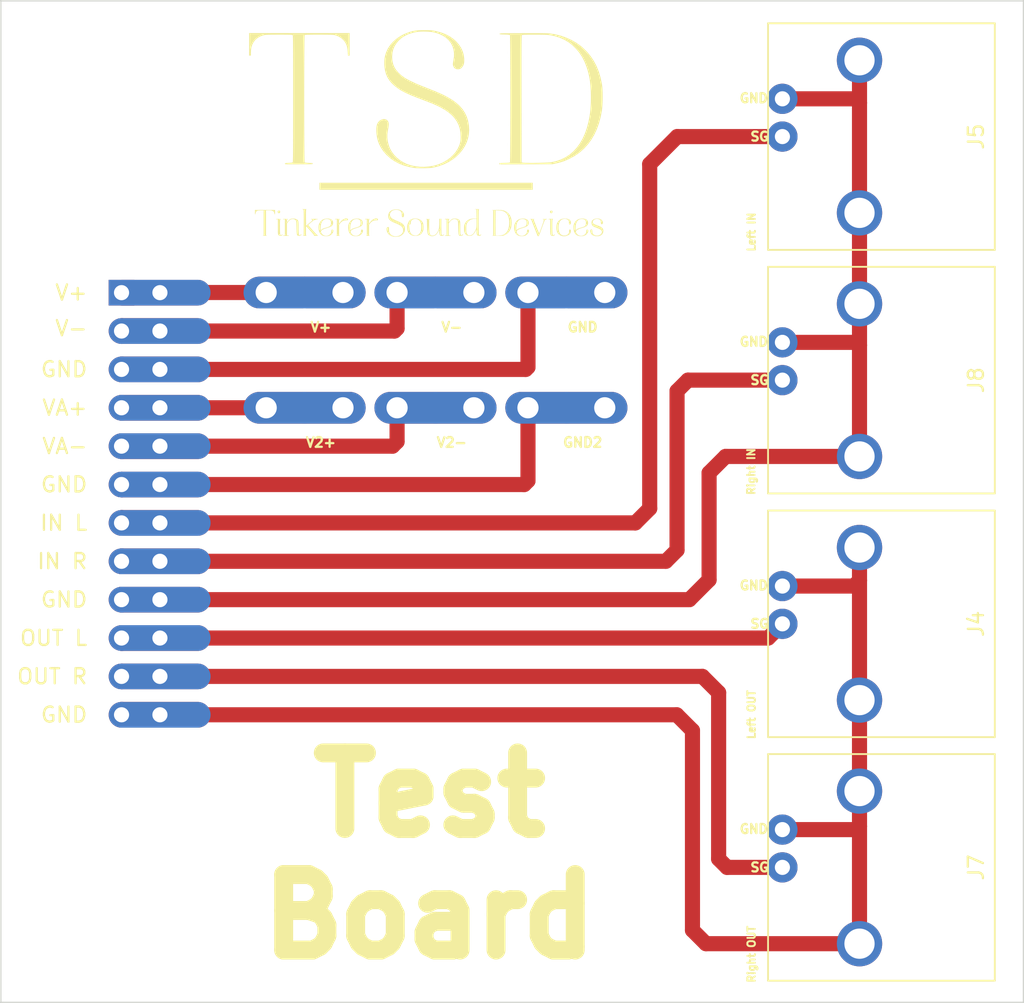
<source format=kicad_pcb>
(kicad_pcb (version 20211014) (generator pcbnew)
  (layers (0 "F.Cu" signal) (31 "B.Cu" signal) (34 "B.Paste" user) (35 "F.Paste" user) (36 "B.SilkS" user "B.Silkscreen") (37 "F.SilkS" user "F.Silkscreen") (38 "B.Mask" user) (39 "F.Mask" user) (44 "Edge.Cuts" user))
  (net 0 "")
  (net 1 "Net-(J1-Pad1)")
  (net 2 "Net-(J1-Pad2)")
  (net 3 "Net-(J1-Pad3)")
  (net 4 "Net-(J1-Pad4)")
  (net 5 "Net-(J1-Pad5)")
  (net 6 "Net-(J1-Pad6)")
  (net 7 "Net-(J1-Pad7)")
  (net 8 "Net-(J1-Pad8)")
  (net 9 "Net-(J1-Pad9)")
  (net 10 "Net-(J1-Pad10)")
  (net 11 "Net-(J1-Pad11)")
  (net 12 "Net-(J1-Pad12)")
  (footprint "Custom Library:Logo_35mm" (layer "F.Cu") (at 114.7 49.1)
    (fp_text reference "G***" hide)
    (fp_text value "LOGO" hide)
  )
  (footprint "Custom Library:Spade Conector 6.3mm TE_1217861" (layer "F.Cu") (at 123.7575 66.3)
    (fp_text reference "J2" hide)
    (fp_text value "GND2" (at 1.07735 2.294773) (layer "F.SilkS") (effects (font (size 0.640327 0.640327))))
    (pad "1" thru_hole oval (at -2.54 0) (size 5 2.1) (drill 1.4 (offset 1 0)) (layers *.Cu *.Mask) (net 6 "Net-(J1-Pad6)"))
    (pad "1" thru_hole oval (at 2.54 0) (size 5 2.1) (drill 1.4 (offset -1 0)) (layers *.Cu *.Mask) (net 6 "Net-(J1-Pad6)"))
  )
  (footprint "Custom Library:RCA PANEL 2PIN FOOTPRINT" (layer "F.Cu") (at 140.6 48.35 180)
    (fp_text reference "J5" (at -10.26 0 90) (layer "F.SilkS"))
    (fp_text value "Left IN" (at 4.596067 -6.32 90) (layer "F.SilkS") (effects (font (size 0.5 0.5) (thickness 0.125))))
    (fp_text user "GND" (at 4.445 2.54) (layer "F.SilkS") (effects (font (size 0.6 0.6))))
    (fp_text user "SG" (at 4.064 0) (layer "F.SilkS") (effects (font (size 0.6 0.6))))
    (pad "1" thru_hole circle (at 2.55 0 180) (size 2 2) (drill 1) (layers *.Cu *.Mask) (net 7 "Net-(J1-Pad7)"))
    (pad "2" thru_hole circle (at -2.55 -5.05 180) (size 3 3) (drill 2) (layers *.Cu *.Mask) (net 9 "Net-(J1-Pad9)"))
    (pad "2" thru_hole circle (at -2.55 5.05 180) (size 3 3) (drill 2) (layers *.Cu *.Mask) (net 9 "Net-(J1-Pad9)"))
    (pad "2" thru_hole circle (at 2.55 2.5 180) (size 2 2) (drill 1) (layers *.Cu *.Mask) (net 9 "Net-(J1-Pad9)"))
  )
  (footprint "Custom Library:Spade Conector 6.3mm TE_1217861" (layer "F.Cu") (at 106.44 66.3)
    (fp_text reference "J6" hide)
    (fp_text value "V2+" (at 1.07735 2.294773) (layer "F.SilkS") (effects (font (size 0.640327 0.640327))))
    (pad "1" thru_hole oval (at -2.54 0) (size 5 2.1) (drill 1.4 (offset 1 0)) (layers *.Cu *.Mask) (net 4 "Net-(J1-Pad4)"))
    (pad "1" thru_hole oval (at 2.54 0) (size 5 2.1) (drill 1.4 (offset -1 0)) (layers *.Cu *.Mask) (net 4 "Net-(J1-Pad4)"))
  )
  (footprint "TSD MIXER FOOTPRINTS:PinSocket_2x12_P2.54mm_Vertical" (layer "F.Cu") (at 94.33 58.68)
    (fp_text reference "J1" hide)
    (fp_text value "Conector")
    (fp_text user "GND" (at -3.800288 20.32 unlocked) (layer "F.SilkS"))
    (fp_text user "GND" (at -3.800288 27.94 unlocked) (layer "F.SilkS"))
    (fp_text user "IN R" (at -3.919335 17.78 unlocked) (layer "F.SilkS"))
    (fp_text user "V-" (at -3.324097 2.36 unlocked) (layer "F.SilkS"))
    (fp_text user "VA-" (at -3.752669 10.16 unlocked) (layer "F.SilkS"))
    (fp_text user "OUT R" (at -4.586002 25.4 unlocked) (layer "F.SilkS"))
    (fp_text user "GND" (at -3.800288 5.08 unlocked) (layer "F.SilkS"))
    (fp_text user "IN L" (at -3.824097 15.24 unlocked) (layer "F.SilkS"))
    (fp_text user "V+" (at -3.324097 0 unlocked) (layer "F.SilkS"))
    (fp_text user "GND" (at -3.800288 12.7 unlocked) (layer "F.SilkS"))
    (fp_text user "VA+" (at -3.752669 7.62 unlocked) (layer "F.SilkS"))
    (fp_text user "OUT L" (at -4.490764 22.86 unlocked) (layer "F.SilkS"))
    (pad "1" thru_hole rect (at 0 0) (size 1.7 1.7) (drill 1) (layers *.Cu *.Mask) (net 1 "Net-(J1-Pad1)"))
    (pad "1" thru_hole oval (at 2.54 0) (size 6.7 1.7) (drill 1) (layers *.Cu *.Mask) (net 1 "Net-(J1-Pad1)"))
    (pad "2" thru_hole oval (at 2.54 2.54) (size 6.7 1.7) (drill 1) (layers *.Cu *.Mask) (net 2 "Net-(J1-Pad2)"))
    (pad "2" thru_hole oval (at 0 2.54) (size 1.7 1.7) (drill 1) (layers *.Cu *.Mask) (net 2 "Net-(J1-Pad2)"))
    (pad "3" thru_hole oval (at 2.54 5.08) (size 6.7 1.7) (drill 1) (layers *.Cu *.Mask) (net 3 "Net-(J1-Pad3)"))
    (pad "3" thru_hole oval (at 0 5.08) (size 1.7 1.7) (drill 1) (layers *.Cu *.Mask) (net 3 "Net-(J1-Pad3)"))
    (pad "4" thru_hole oval (at 0 7.62) (size 1.7 1.7) (drill 1) (layers *.Cu *.Mask) (net 4 "Net-(J1-Pad4)"))
    (pad "4" thru_hole oval (at 2.54 7.62) (size 6.7 1.7) (drill 1) (layers *.Cu *.Mask) (net 4 "Net-(J1-Pad4)"))
    (pad "5" thru_hole oval (at 2.54 10.16) (size 6.7 1.7) (drill 1) (layers *.Cu *.Mask) (net 5 "Net-(J1-Pad5)"))
    (pad "5" thru_hole oval (at 0 10.16) (size 1.7 1.7) (drill 1) (layers *.Cu *.Mask) (net 5 "Net-(J1-Pad5)"))
    (pad "6" thru_hole oval (at 2.54 12.7) (size 6.7 1.7) (drill 1) (layers *.Cu *.Mask) (net 6 "Net-(J1-Pad6)"))
    (pad "6" thru_hole oval (at 0 12.7) (size 1.7 1.7) (drill 1) (layers *.Cu *.Mask) (net 6 "Net-(J1-Pad6)"))
    (pad "7" thru_hole oval (at 0 15.24) (size 1.7 1.7) (drill 1) (layers *.Cu *.Mask) (net 7 "Net-(J1-Pad7)"))
    (pad "7" thru_hole oval (at 2.54 15.24) (size 6.7 1.7) (drill 1) (layers *.Cu *.Mask) (net 7 "Net-(J1-Pad7)"))
    (pad "8" thru_hole oval (at 0 17.78) (size 1.7 1.7) (drill 1) (layers *.Cu *.Mask) (net 8 "Net-(J1-Pad8)"))
    (pad "8" thru_hole oval (at 2.54 17.78) (size 6.7 1.7) (drill 1) (layers *.Cu *.Mask) (net 8 "Net-(J1-Pad8)"))
    (pad "9" thru_hole oval (at 2.54 20.32) (size 6.7 1.7) (drill 1) (layers *.Cu *.Mask) (net 9 "Net-(J1-Pad9)"))
    (pad "9" thru_hole oval (at 0 20.32) (size 1.7 1.7) (drill 1) (layers *.Cu *.Mask) (net 9 "Net-(J1-Pad9)"))
    (pad "10" thru_hole oval (at 2.54 22.86) (size 6.7 1.7) (drill 1) (layers *.Cu *.Mask) (net 10 "Net-(J1-Pad10)"))
    (pad "10" thru_hole oval (at 0 22.86) (size 1.7 1.7) (drill 1) (layers *.Cu *.Mask) (net 10 "Net-(J1-Pad10)"))
    (pad "11" thru_hole oval (at 2.54 25.4) (size 6.7 1.7) (drill 1) (layers *.Cu *.Mask) (net 11 "Net-(J1-Pad11)"))
    (pad "11" thru_hole oval (at 0 25.4) (size 1.7 1.7) (drill 1) (layers *.Cu *.Mask) (net 11 "Net-(J1-Pad11)"))
    (pad "12" thru_hole oval (at 0 27.94) (size 1.7 1.7) (drill 1) (layers *.Cu *.Mask) (net 12 "Net-(J1-Pad12)"))
    (pad "12" thru_hole oval (at 2.54 27.94) (size 6.7 1.7) (drill 1) (layers *.Cu *.Mask) (net 12 "Net-(J1-Pad12)"))
  )
  (footprint "Custom Library:Spade Conector 6.3mm TE_1217861" (layer "F.Cu") (at 106.44 58.67)
    (fp_text reference "J11" hide)
    (fp_text value "V+" (at 1.07735 2.294773) (layer "F.SilkS") (effects (font (size 0.640327 0.640327))))
    (pad "1" thru_hole oval (at 2.54 0) (size 5 2.1) (drill 1.4 (offset -1 0)) (layers *.Cu *.Mask) (net 1 "Net-(J1-Pad1)"))
    (pad "1" thru_hole oval (at -2.54 0) (size 5 2.1) (drill 1.4 (offset 1 0)) (layers *.Cu *.Mask) (net 1 "Net-(J1-Pad1)"))
  )
  (footprint "Custom Library:RCA PANEL 2PIN FOOTPRINT" (layer "F.Cu") (at 140.6 80.6 180)
    (fp_text reference "J4" (at -10.26 0 90) (layer "F.SilkS"))
    (fp_text value "Left OUT" (at 4.596067 -6.01 90) (layer "F.SilkS") (effects (font (size 0.5 0.5) (thickness 0.125))))
    (fp_text user "GND" (at 4.445 2.54) (layer "F.SilkS") (effects (font (size 0.6 0.6))))
    (fp_text user "SG" (at 4.064 0) (layer "F.SilkS") (effects (font (size 0.6 0.6))))
    (pad "1" thru_hole circle (at 2.55 0 180) (size 2 2) (drill 1) (layers *.Cu *.Mask) (net 10 "Net-(J1-Pad10)"))
    (pad "2" thru_hole circle (at -2.55 -5.05 180) (size 3 3) (drill 2) (layers *.Cu *.Mask) (net 12 "Net-(J1-Pad12)"))
    (pad "2" thru_hole circle (at -2.55 5.05 180) (size 3 3) (drill 2) (layers *.Cu *.Mask) (net 12 "Net-(J1-Pad12)"))
    (pad "2" thru_hole circle (at 2.55 2.5 180) (size 2 2) (drill 1) (layers *.Cu *.Mask) (net 12 "Net-(J1-Pad12)"))
  )
  (footprint "Custom Library:RCA PANEL 2PIN FOOTPRINT" (layer "F.Cu") (at 140.6 64.47 180)
    (fp_text reference "J8" (at -10.26 0 90) (layer "F.SilkS"))
    (fp_text value "Right IN" (at 4.616067 -6.05 90) (layer "F.SilkS") (effects (font (size 0.5 0.5) (thickness 0.125))))
    (fp_text user "GND" (at 4.445 2.54) (layer "F.SilkS") (effects (font (size 0.6 0.6))))
    (fp_text user "SG" (at 4.064 0) (layer "F.SilkS") (effects (font (size 0.6 0.6))))
    (pad "1" thru_hole circle (at 2.55 0 180) (size 2 2) (drill 1) (layers *.Cu *.Mask) (net 8 "Net-(J1-Pad8)"))
    (pad "2" thru_hole circle (at -2.55 -5.05 180) (size 3 3) (drill 2) (layers *.Cu *.Mask) (net 9 "Net-(J1-Pad9)"))
    (pad "2" thru_hole circle (at 2.55 2.5 180) (size 2 2) (drill 1) (layers *.Cu *.Mask) (net 9 "Net-(J1-Pad9)"))
    (pad "2" thru_hole circle (at -2.55 5.05 180) (size 3 3) (drill 2) (layers *.Cu *.Mask) (net 9 "Net-(J1-Pad9)"))
  )
  (footprint "Custom Library:Spade Conector 6.3mm TE_1217861" (layer "F.Cu") (at 115.09875 58.67)
    (fp_text reference "J10" hide)
    (fp_text value "V-" (at 1.07735 2.294773) (layer "F.SilkS") (effects (font (size 0.640327 0.640327))))
    (pad "1" thru_hole oval (at 2.54 0) (size 5 2.1) (drill 1.4 (offset -1 0)) (layers *.Cu *.Mask) (net 2 "Net-(J1-Pad2)"))
    (pad "1" thru_hole oval (at -2.54 0) (size 5 2.1) (drill 1.4 (offset 1 0)) (layers *.Cu *.Mask) (net 2 "Net-(J1-Pad2)"))
  )
  (footprint "Custom Library:RCA PANEL 2PIN FOOTPRINT" (layer "F.Cu") (at 140.6 96.72 180)
    (fp_text reference "J7" (at -10.26 0 90) (layer "F.SilkS"))
    (fp_text value "Right OUT" (at 4.596067 -5.75 90) (layer "F.SilkS") (effects (font (size 0.5 0.5) (thickness 0.125))))
    (fp_text user "SG" (at 4.064 0) (layer "F.SilkS") (effects (font (size 0.6 0.6))))
    (fp_text user "GND" (at 4.445 2.54) (layer "F.SilkS") (effects (font (size 0.6 0.6))))
    (pad "1" thru_hole circle (at 2.55 0 180) (size 2 2) (drill 1) (layers *.Cu *.Mask) (net 11 "Net-(J1-Pad11)"))
    (pad "2" thru_hole circle (at 2.55 2.5 180) (size 2 2) (drill 1) (layers *.Cu *.Mask) (net 12 "Net-(J1-Pad12)"))
    (pad "2" thru_hole circle (at -2.55 5.05 180) (size 3 3) (drill 2) (layers *.Cu *.Mask) (net 12 "Net-(J1-Pad12)"))
    (pad "2" thru_hole circle (at -2.55 -5.05 180) (size 3 3) (drill 2) (layers *.Cu *.Mask) (net 12 "Net-(J1-Pad12)"))
  )
  (footprint "Custom Library:Spade Conector 6.3mm TE_1217861" (layer "F.Cu") (at 123.7575 58.67)
    (fp_text reference "J9" hide)
    (fp_text value "GND" (at 1.07735 2.294773) (layer "F.SilkS") (effects (font (size 0.640327 0.640327))))
    (pad "1" thru_hole oval (at -2.54 0) (size 5 2.1) (drill 1.4 (offset 1 0)) (layers *.Cu *.Mask) (net 3 "Net-(J1-Pad3)"))
    (pad "1" thru_hole oval (at 2.54 0) (size 5 2.1) (drill 1.4 (offset -1 0)) (layers *.Cu *.Mask) (net 3 "Net-(J1-Pad3)"))
  )
  (footprint "Custom Library:Spade Conector 6.3mm TE_1217861" (layer "F.Cu") (at 115.09875 66.3)
    (fp_text reference "J3" hide)
    (fp_text value "V2-" (at 1.07735 2.294773) (layer "F.SilkS") (effects (font (size 0.640327 0.640327))))
    (pad "1" thru_hole oval (at -2.54 0) (size 5 2.1) (drill 1.4 (offset 1 0)) (layers *.Cu *.Mask) (net 5 "Net-(J1-Pad5)"))
    (pad "1" thru_hole oval (at 2.54 0) (size 5 2.1) (drill 1.4 (offset -1 0)) (layers *.Cu *.Mask) (net 5 "Net-(J1-Pad5)"))
  )
  (gr_rect (start 154 39.36) (end 86.34 105.66) (layer "Edge.Cuts") (width 0.1) (fill none))
  (gr_text "Test\nBoard" (at 114.7 95.92) (layer "F.SilkS") (effects (font (size 5 5) (thickness 1.25))))
  (segment (start 103.9 58.67) (end 96.88 58.67) (width 1) (layer "F.Cu") (net 1))
  (segment (start 96.88 58.67) (end 96.87 58.68) (width 1) (layer "F.Cu") (net 1))
  (segment (start 112.55875 61.05125) (end 112.55875 58.67) (width 1) (layer "F.Cu") (net 2))
  (segment (start 96.87 61.22) (end 112.39 61.22) (width 1) (layer "F.Cu") (net 2))
  (segment (start 112.39 61.22) (end 112.55875 61.05125) (width 1) (layer "F.Cu") (net 2))
  (segment (start 121.2175 63.6125) (end 121.07 63.76) (width 1) (layer "F.Cu") (net 3))
  (segment (start 121.2175 58.67) (end 121.2175 63.6125) (width 1) (layer "F.Cu") (net 3))
  (segment (start 96.87 63.76) (end 121.07 63.76) (width 1) (layer "F.Cu") (net 3))
  (segment (start 96.87 66.3) (end 103.9 66.3) (width 1) (layer "F.Cu") (net 4))
  (segment (start 112.26 68.84) (end 112.55875 68.54125) (width 1) (layer "F.Cu") (net 5))
  (segment (start 112.55875 68.54125) (end 112.55875 66.3) (width 1) (layer "F.Cu") (net 5))
  (segment (start 96.87 68.84) (end 112.26 68.84) (width 1) (layer "F.Cu") (net 5))
  (segment (start 120.97 71.38) (end 121.2175 71.1325) (width 1) (layer "F.Cu") (net 6))
  (segment (start 96.87 71.38) (end 120.97 71.38) (width 1) (layer "F.Cu") (net 6))
  (segment (start 121.2175 71.1325) (end 121.2175 66.3) (width 1) (layer "F.Cu") (net 6))
  (segment (start 131.09 48.35) (end 138.05 48.35) (width 1) (layer "F.Cu") (net 7))
  (segment (start 96.87 73.92) (end 128.32 73.92) (width 1) (layer "F.Cu") (net 7))
  (segment (start 129.27 50.17) (end 131.09 48.35) (width 1) (layer "F.Cu") (net 7))
  (segment (start 128.32 73.92) (end 129.27 72.97) (width 1) (layer "F.Cu") (net 7))
  (segment (start 129.27 72.97) (end 129.27 50.17) (width 1) (layer "F.Cu") (net 7))
  (segment (start 130.34 76.46) (end 131.08 75.72) (width 1) (layer "F.Cu") (net 8))
  (segment (start 131.8 64.47) (end 138.05 64.47) (width 1) (layer "F.Cu") (net 8))
  (segment (start 131.08 65.19) (end 131.8 64.47) (width 1) (layer "F.Cu") (net 8))
  (segment (start 96.87 76.46) (end 130.34 76.46) (width 1) (layer "F.Cu") (net 8))
  (segment (start 131.08 75.72) (end 131.08 65.19) (width 1) (layer "F.Cu") (net 8))
  (segment (start 133.2 77.69) (end 133.2 70.61) (width 1) (layer "F.Cu") (net 9))
  (segment (start 131.89 79) (end 133.2 77.69) (width 1) (layer "F.Cu") (net 9))
  (segment (start 143.15 62.16) (end 143.15 69.52) (width 1) (layer "F.Cu") (net 9))
  (segment (start 134.29 69.52) (end 143.15 69.52) (width 1) (layer "F.Cu") (net 9))
  (segment (start 138.05 45.85) (end 142.88 45.85) (width 1) (layer "F.Cu") (net 9))
  (segment (start 142.96 61.97) (end 143.15 62.16) (width 1) (layer "F.Cu") (net 9))
  (segment (start 143.15 46.12) (end 143.15 62.16) (width 1) (layer "F.Cu") (net 9))
  (segment (start 142.88 45.85) (end 143.15 46.12) (width 1) (layer "F.Cu") (net 9))
  (segment (start 133.2 70.61) (end 134.29 69.52) (width 1) (layer "F.Cu") (net 9))
  (segment (start 138.05 61.97) (end 142.96 61.97) (width 1) (layer "F.Cu") (net 9))
  (segment (start 96.87 79) (end 131.89 79) (width 1) (layer "F.Cu") (net 9))
  (segment (start 143.15 43.3) (end 143.15 46.12) (width 1) (layer "F.Cu") (net 9))
  (segment (start 96.87 81.54) (end 137.11 81.54) (width 1) (layer "F.Cu") (net 10))
  (segment (start 137.11 81.54) (end 138.05 80.6) (width 1) (layer "F.Cu") (net 10))
  (segment (start 96.87 84.08) (end 132.76 84.08) (width 1) (layer "F.Cu") (net 11))
  (segment (start 134.39 96.72) (end 138.05 96.72) (width 1) (layer "F.Cu") (net 11))
  (segment (start 133.83 85.15) (end 133.83 96.16) (width 1) (layer "F.Cu") (net 11))
  (segment (start 132.76 84.08) (end 133.83 85.15) (width 1) (layer "F.Cu") (net 11))
  (segment (start 133.83 96.16) (end 134.39 96.72) (width 1) (layer "F.Cu") (net 11))
  (segment (start 96.87 86.62) (end 131.06 86.62) (width 1) (layer "F.Cu") (net 12))
  (segment (start 143.15 77.73) (end 143.15 94) (width 1) (layer "F.Cu") (net 12))
  (segment (start 142.78 78.1) (end 143.15 77.73) (width 1) (layer "F.Cu") (net 12))
  (segment (start 143.15 75.55) (end 143.15 77.73) (width 1) (layer "F.Cu") (net 12))
  (segment (start 131.06 86.62) (end 132.1 87.66) (width 1) (layer "F.Cu") (net 12))
  (segment (start 132.1 87.66) (end 132.1 100.88) (width 1) (layer "F.Cu") (net 12))
  (segment (start 138.05 94.22) (end 142.93 94.22) (width 1) (layer "F.Cu") (net 12))
  (segment (start 132.99 101.77) (end 143.15 101.77) (width 1) (layer "F.Cu") (net 12))
  (segment (start 132.1 100.88) (end 132.99 101.77) (width 1) (layer "F.Cu") (net 12))
  (segment (start 142.93 94.22) (end 143.15 94) (width 1) (layer "F.Cu") (net 12))
  (segment (start 143.15 94) (end 143.15 101.77) (width 1) (layer "F.Cu") (net 12))
  (segment (start 138.05 78.1) (end 142.78 78.1) (width 1) (layer "F.Cu") (net 12))
)
</source>
